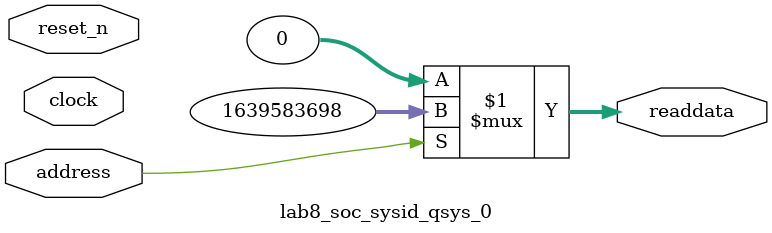
<source format=v>



// synthesis translate_off
`timescale 1ns / 1ps
// synthesis translate_on

// turn off superfluous verilog processor warnings 
// altera message_level Level1 
// altera message_off 10034 10035 10036 10037 10230 10240 10030 

module lab8_soc_sysid_qsys_0 (
               // inputs:
                address,
                clock,
                reset_n,

               // outputs:
                readdata
             )
;

  output  [ 31: 0] readdata;
  input            address;
  input            clock;
  input            reset_n;

  wire    [ 31: 0] readdata;
  //control_slave, which is an e_avalon_slave
  assign readdata = address ? 1639583698 : 0;

endmodule



</source>
